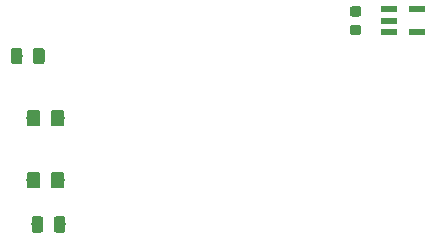
<source format=gbr>
G04 #@! TF.GenerationSoftware,KiCad,Pcbnew,6.0.0-rc1-unknown-46fddab~66~ubuntu16.04.1*
G04 #@! TF.CreationDate,2018-09-05T17:59:14+01:00*
G04 #@! TF.ProjectId,test,746573742E6B696361645F7063620000,rev?*
G04 #@! TF.SameCoordinates,Original*
G04 #@! TF.FileFunction,Paste,Top*
G04 #@! TF.FilePolarity,Positive*
%FSLAX46Y46*%
G04 Gerber Fmt 4.6, Leading zero omitted, Abs format (unit mm)*
G04 Created by KiCad (PCBNEW 6.0.0-rc1-unknown-46fddab~66~ubuntu16.04.1) date Wed Sep  5 17:59:14 2018*
%MOMM*%
%LPD*%
G01*
G04 APERTURE LIST*
%ADD10C,0.100000*%
%ADD11C,0.875000*%
%ADD12R,1.390000X0.580000*%
%ADD13C,1.150000*%
%ADD14C,0.975000*%
G04 APERTURE END LIST*
D10*
G04 #@! TO.C,C4*
G36*
X176277691Y-75026053D02*
X176298926Y-75029203D01*
X176319750Y-75034419D01*
X176339962Y-75041651D01*
X176359368Y-75050830D01*
X176377781Y-75061866D01*
X176395024Y-75074654D01*
X176410930Y-75089070D01*
X176425346Y-75104976D01*
X176438134Y-75122219D01*
X176449170Y-75140632D01*
X176458349Y-75160038D01*
X176465581Y-75180250D01*
X176470797Y-75201074D01*
X176473947Y-75222309D01*
X176475000Y-75243750D01*
X176475000Y-75681250D01*
X176473947Y-75702691D01*
X176470797Y-75723926D01*
X176465581Y-75744750D01*
X176458349Y-75764962D01*
X176449170Y-75784368D01*
X176438134Y-75802781D01*
X176425346Y-75820024D01*
X176410930Y-75835930D01*
X176395024Y-75850346D01*
X176377781Y-75863134D01*
X176359368Y-75874170D01*
X176339962Y-75883349D01*
X176319750Y-75890581D01*
X176298926Y-75895797D01*
X176277691Y-75898947D01*
X176256250Y-75900000D01*
X175743750Y-75900000D01*
X175722309Y-75898947D01*
X175701074Y-75895797D01*
X175680250Y-75890581D01*
X175660038Y-75883349D01*
X175640632Y-75874170D01*
X175622219Y-75863134D01*
X175604976Y-75850346D01*
X175589070Y-75835930D01*
X175574654Y-75820024D01*
X175561866Y-75802781D01*
X175550830Y-75784368D01*
X175541651Y-75764962D01*
X175534419Y-75744750D01*
X175529203Y-75723926D01*
X175526053Y-75702691D01*
X175525000Y-75681250D01*
X175525000Y-75243750D01*
X175526053Y-75222309D01*
X175529203Y-75201074D01*
X175534419Y-75180250D01*
X175541651Y-75160038D01*
X175550830Y-75140632D01*
X175561866Y-75122219D01*
X175574654Y-75104976D01*
X175589070Y-75089070D01*
X175604976Y-75074654D01*
X175622219Y-75061866D01*
X175640632Y-75050830D01*
X175660038Y-75041651D01*
X175680250Y-75034419D01*
X175701074Y-75029203D01*
X175722309Y-75026053D01*
X175743750Y-75025000D01*
X176256250Y-75025000D01*
X176277691Y-75026053D01*
X176277691Y-75026053D01*
G37*
D11*
X176000000Y-75462500D03*
D10*
G36*
X176277691Y-76601053D02*
X176298926Y-76604203D01*
X176319750Y-76609419D01*
X176339962Y-76616651D01*
X176359368Y-76625830D01*
X176377781Y-76636866D01*
X176395024Y-76649654D01*
X176410930Y-76664070D01*
X176425346Y-76679976D01*
X176438134Y-76697219D01*
X176449170Y-76715632D01*
X176458349Y-76735038D01*
X176465581Y-76755250D01*
X176470797Y-76776074D01*
X176473947Y-76797309D01*
X176475000Y-76818750D01*
X176475000Y-77256250D01*
X176473947Y-77277691D01*
X176470797Y-77298926D01*
X176465581Y-77319750D01*
X176458349Y-77339962D01*
X176449170Y-77359368D01*
X176438134Y-77377781D01*
X176425346Y-77395024D01*
X176410930Y-77410930D01*
X176395024Y-77425346D01*
X176377781Y-77438134D01*
X176359368Y-77449170D01*
X176339962Y-77458349D01*
X176319750Y-77465581D01*
X176298926Y-77470797D01*
X176277691Y-77473947D01*
X176256250Y-77475000D01*
X175743750Y-77475000D01*
X175722309Y-77473947D01*
X175701074Y-77470797D01*
X175680250Y-77465581D01*
X175660038Y-77458349D01*
X175640632Y-77449170D01*
X175622219Y-77438134D01*
X175604976Y-77425346D01*
X175589070Y-77410930D01*
X175574654Y-77395024D01*
X175561866Y-77377781D01*
X175550830Y-77359368D01*
X175541651Y-77339962D01*
X175534419Y-77319750D01*
X175529203Y-77298926D01*
X175526053Y-77277691D01*
X175525000Y-77256250D01*
X175525000Y-76818750D01*
X175526053Y-76797309D01*
X175529203Y-76776074D01*
X175534419Y-76755250D01*
X175541651Y-76735038D01*
X175550830Y-76715632D01*
X175561866Y-76697219D01*
X175574654Y-76679976D01*
X175589070Y-76664070D01*
X175604976Y-76649654D01*
X175622219Y-76636866D01*
X175640632Y-76625830D01*
X175660038Y-76616651D01*
X175680250Y-76609419D01*
X175701074Y-76604203D01*
X175722309Y-76601053D01*
X175743750Y-76600000D01*
X176256250Y-76600000D01*
X176277691Y-76601053D01*
X176277691Y-76601053D01*
G37*
D11*
X176000000Y-77037500D03*
G04 #@! TD*
D12*
G04 #@! TO.C,U4*
X178835000Y-75300000D03*
X178835000Y-76250000D03*
X178835000Y-77200000D03*
X181165000Y-77200000D03*
X181165000Y-75300000D03*
G04 #@! TD*
D10*
G04 #@! TO.C,D2*
G36*
X149074505Y-83801204D02*
X149098773Y-83804804D01*
X149122572Y-83810765D01*
X149145671Y-83819030D01*
X149167850Y-83829520D01*
X149188893Y-83842132D01*
X149208599Y-83856747D01*
X149226777Y-83873223D01*
X149243253Y-83891401D01*
X149257868Y-83911107D01*
X149270480Y-83932150D01*
X149280970Y-83954329D01*
X149289235Y-83977428D01*
X149295196Y-84001227D01*
X149298796Y-84025495D01*
X149300000Y-84049999D01*
X149300000Y-84950001D01*
X149298796Y-84974505D01*
X149295196Y-84998773D01*
X149289235Y-85022572D01*
X149280970Y-85045671D01*
X149270480Y-85067850D01*
X149257868Y-85088893D01*
X149243253Y-85108599D01*
X149226777Y-85126777D01*
X149208599Y-85143253D01*
X149188893Y-85157868D01*
X149167850Y-85170480D01*
X149145671Y-85180970D01*
X149122572Y-85189235D01*
X149098773Y-85195196D01*
X149074505Y-85198796D01*
X149050001Y-85200000D01*
X148399999Y-85200000D01*
X148375495Y-85198796D01*
X148351227Y-85195196D01*
X148327428Y-85189235D01*
X148304329Y-85180970D01*
X148282150Y-85170480D01*
X148261107Y-85157868D01*
X148241401Y-85143253D01*
X148223223Y-85126777D01*
X148206747Y-85108599D01*
X148192132Y-85088893D01*
X148179520Y-85067850D01*
X148169030Y-85045671D01*
X148160765Y-85022572D01*
X148154804Y-84998773D01*
X148151204Y-84974505D01*
X148150000Y-84950001D01*
X148150000Y-84049999D01*
X148151204Y-84025495D01*
X148154804Y-84001227D01*
X148160765Y-83977428D01*
X148169030Y-83954329D01*
X148179520Y-83932150D01*
X148192132Y-83911107D01*
X148206747Y-83891401D01*
X148223223Y-83873223D01*
X148241401Y-83856747D01*
X148261107Y-83842132D01*
X148282150Y-83829520D01*
X148304329Y-83819030D01*
X148327428Y-83810765D01*
X148351227Y-83804804D01*
X148375495Y-83801204D01*
X148399999Y-83800000D01*
X149050001Y-83800000D01*
X149074505Y-83801204D01*
X149074505Y-83801204D01*
G37*
D13*
X148725000Y-84500000D03*
D10*
G36*
X151124505Y-83801204D02*
X151148773Y-83804804D01*
X151172572Y-83810765D01*
X151195671Y-83819030D01*
X151217850Y-83829520D01*
X151238893Y-83842132D01*
X151258599Y-83856747D01*
X151276777Y-83873223D01*
X151293253Y-83891401D01*
X151307868Y-83911107D01*
X151320480Y-83932150D01*
X151330970Y-83954329D01*
X151339235Y-83977428D01*
X151345196Y-84001227D01*
X151348796Y-84025495D01*
X151350000Y-84049999D01*
X151350000Y-84950001D01*
X151348796Y-84974505D01*
X151345196Y-84998773D01*
X151339235Y-85022572D01*
X151330970Y-85045671D01*
X151320480Y-85067850D01*
X151307868Y-85088893D01*
X151293253Y-85108599D01*
X151276777Y-85126777D01*
X151258599Y-85143253D01*
X151238893Y-85157868D01*
X151217850Y-85170480D01*
X151195671Y-85180970D01*
X151172572Y-85189235D01*
X151148773Y-85195196D01*
X151124505Y-85198796D01*
X151100001Y-85200000D01*
X150449999Y-85200000D01*
X150425495Y-85198796D01*
X150401227Y-85195196D01*
X150377428Y-85189235D01*
X150354329Y-85180970D01*
X150332150Y-85170480D01*
X150311107Y-85157868D01*
X150291401Y-85143253D01*
X150273223Y-85126777D01*
X150256747Y-85108599D01*
X150242132Y-85088893D01*
X150229520Y-85067850D01*
X150219030Y-85045671D01*
X150210765Y-85022572D01*
X150204804Y-84998773D01*
X150201204Y-84974505D01*
X150200000Y-84950001D01*
X150200000Y-84049999D01*
X150201204Y-84025495D01*
X150204804Y-84001227D01*
X150210765Y-83977428D01*
X150219030Y-83954329D01*
X150229520Y-83932150D01*
X150242132Y-83911107D01*
X150256747Y-83891401D01*
X150273223Y-83873223D01*
X150291401Y-83856747D01*
X150311107Y-83842132D01*
X150332150Y-83829520D01*
X150354329Y-83819030D01*
X150377428Y-83810765D01*
X150401227Y-83804804D01*
X150425495Y-83801204D01*
X150449999Y-83800000D01*
X151100001Y-83800000D01*
X151124505Y-83801204D01*
X151124505Y-83801204D01*
G37*
D13*
X150775000Y-84500000D03*
G04 #@! TD*
D10*
G04 #@! TO.C,D3*
G36*
X151124505Y-89051204D02*
X151148773Y-89054804D01*
X151172572Y-89060765D01*
X151195671Y-89069030D01*
X151217850Y-89079520D01*
X151238893Y-89092132D01*
X151258599Y-89106747D01*
X151276777Y-89123223D01*
X151293253Y-89141401D01*
X151307868Y-89161107D01*
X151320480Y-89182150D01*
X151330970Y-89204329D01*
X151339235Y-89227428D01*
X151345196Y-89251227D01*
X151348796Y-89275495D01*
X151350000Y-89299999D01*
X151350000Y-90200001D01*
X151348796Y-90224505D01*
X151345196Y-90248773D01*
X151339235Y-90272572D01*
X151330970Y-90295671D01*
X151320480Y-90317850D01*
X151307868Y-90338893D01*
X151293253Y-90358599D01*
X151276777Y-90376777D01*
X151258599Y-90393253D01*
X151238893Y-90407868D01*
X151217850Y-90420480D01*
X151195671Y-90430970D01*
X151172572Y-90439235D01*
X151148773Y-90445196D01*
X151124505Y-90448796D01*
X151100001Y-90450000D01*
X150449999Y-90450000D01*
X150425495Y-90448796D01*
X150401227Y-90445196D01*
X150377428Y-90439235D01*
X150354329Y-90430970D01*
X150332150Y-90420480D01*
X150311107Y-90407868D01*
X150291401Y-90393253D01*
X150273223Y-90376777D01*
X150256747Y-90358599D01*
X150242132Y-90338893D01*
X150229520Y-90317850D01*
X150219030Y-90295671D01*
X150210765Y-90272572D01*
X150204804Y-90248773D01*
X150201204Y-90224505D01*
X150200000Y-90200001D01*
X150200000Y-89299999D01*
X150201204Y-89275495D01*
X150204804Y-89251227D01*
X150210765Y-89227428D01*
X150219030Y-89204329D01*
X150229520Y-89182150D01*
X150242132Y-89161107D01*
X150256747Y-89141401D01*
X150273223Y-89123223D01*
X150291401Y-89106747D01*
X150311107Y-89092132D01*
X150332150Y-89079520D01*
X150354329Y-89069030D01*
X150377428Y-89060765D01*
X150401227Y-89054804D01*
X150425495Y-89051204D01*
X150449999Y-89050000D01*
X151100001Y-89050000D01*
X151124505Y-89051204D01*
X151124505Y-89051204D01*
G37*
D13*
X150775000Y-89750000D03*
D10*
G36*
X149074505Y-89051204D02*
X149098773Y-89054804D01*
X149122572Y-89060765D01*
X149145671Y-89069030D01*
X149167850Y-89079520D01*
X149188893Y-89092132D01*
X149208599Y-89106747D01*
X149226777Y-89123223D01*
X149243253Y-89141401D01*
X149257868Y-89161107D01*
X149270480Y-89182150D01*
X149280970Y-89204329D01*
X149289235Y-89227428D01*
X149295196Y-89251227D01*
X149298796Y-89275495D01*
X149300000Y-89299999D01*
X149300000Y-90200001D01*
X149298796Y-90224505D01*
X149295196Y-90248773D01*
X149289235Y-90272572D01*
X149280970Y-90295671D01*
X149270480Y-90317850D01*
X149257868Y-90338893D01*
X149243253Y-90358599D01*
X149226777Y-90376777D01*
X149208599Y-90393253D01*
X149188893Y-90407868D01*
X149167850Y-90420480D01*
X149145671Y-90430970D01*
X149122572Y-90439235D01*
X149098773Y-90445196D01*
X149074505Y-90448796D01*
X149050001Y-90450000D01*
X148399999Y-90450000D01*
X148375495Y-90448796D01*
X148351227Y-90445196D01*
X148327428Y-90439235D01*
X148304329Y-90430970D01*
X148282150Y-90420480D01*
X148261107Y-90407868D01*
X148241401Y-90393253D01*
X148223223Y-90376777D01*
X148206747Y-90358599D01*
X148192132Y-90338893D01*
X148179520Y-90317850D01*
X148169030Y-90295671D01*
X148160765Y-90272572D01*
X148154804Y-90248773D01*
X148151204Y-90224505D01*
X148150000Y-90200001D01*
X148150000Y-89299999D01*
X148151204Y-89275495D01*
X148154804Y-89251227D01*
X148160765Y-89227428D01*
X148169030Y-89204329D01*
X148179520Y-89182150D01*
X148192132Y-89161107D01*
X148206747Y-89141401D01*
X148223223Y-89123223D01*
X148241401Y-89106747D01*
X148261107Y-89092132D01*
X148282150Y-89079520D01*
X148304329Y-89069030D01*
X148327428Y-89060765D01*
X148351227Y-89054804D01*
X148375495Y-89051204D01*
X148399999Y-89050000D01*
X149050001Y-89050000D01*
X149074505Y-89051204D01*
X149074505Y-89051204D01*
G37*
D13*
X148725000Y-89750000D03*
G04 #@! TD*
D10*
G04 #@! TO.C,R18*
G36*
X149455142Y-78551174D02*
X149478803Y-78554684D01*
X149502007Y-78560496D01*
X149524529Y-78568554D01*
X149546153Y-78578782D01*
X149566670Y-78591079D01*
X149585883Y-78605329D01*
X149603607Y-78621393D01*
X149619671Y-78639117D01*
X149633921Y-78658330D01*
X149646218Y-78678847D01*
X149656446Y-78700471D01*
X149664504Y-78722993D01*
X149670316Y-78746197D01*
X149673826Y-78769858D01*
X149675000Y-78793750D01*
X149675000Y-79706250D01*
X149673826Y-79730142D01*
X149670316Y-79753803D01*
X149664504Y-79777007D01*
X149656446Y-79799529D01*
X149646218Y-79821153D01*
X149633921Y-79841670D01*
X149619671Y-79860883D01*
X149603607Y-79878607D01*
X149585883Y-79894671D01*
X149566670Y-79908921D01*
X149546153Y-79921218D01*
X149524529Y-79931446D01*
X149502007Y-79939504D01*
X149478803Y-79945316D01*
X149455142Y-79948826D01*
X149431250Y-79950000D01*
X148943750Y-79950000D01*
X148919858Y-79948826D01*
X148896197Y-79945316D01*
X148872993Y-79939504D01*
X148850471Y-79931446D01*
X148828847Y-79921218D01*
X148808330Y-79908921D01*
X148789117Y-79894671D01*
X148771393Y-79878607D01*
X148755329Y-79860883D01*
X148741079Y-79841670D01*
X148728782Y-79821153D01*
X148718554Y-79799529D01*
X148710496Y-79777007D01*
X148704684Y-79753803D01*
X148701174Y-79730142D01*
X148700000Y-79706250D01*
X148700000Y-78793750D01*
X148701174Y-78769858D01*
X148704684Y-78746197D01*
X148710496Y-78722993D01*
X148718554Y-78700471D01*
X148728782Y-78678847D01*
X148741079Y-78658330D01*
X148755329Y-78639117D01*
X148771393Y-78621393D01*
X148789117Y-78605329D01*
X148808330Y-78591079D01*
X148828847Y-78578782D01*
X148850471Y-78568554D01*
X148872993Y-78560496D01*
X148896197Y-78554684D01*
X148919858Y-78551174D01*
X148943750Y-78550000D01*
X149431250Y-78550000D01*
X149455142Y-78551174D01*
X149455142Y-78551174D01*
G37*
D14*
X149187500Y-79250000D03*
D10*
G36*
X147580142Y-78551174D02*
X147603803Y-78554684D01*
X147627007Y-78560496D01*
X147649529Y-78568554D01*
X147671153Y-78578782D01*
X147691670Y-78591079D01*
X147710883Y-78605329D01*
X147728607Y-78621393D01*
X147744671Y-78639117D01*
X147758921Y-78658330D01*
X147771218Y-78678847D01*
X147781446Y-78700471D01*
X147789504Y-78722993D01*
X147795316Y-78746197D01*
X147798826Y-78769858D01*
X147800000Y-78793750D01*
X147800000Y-79706250D01*
X147798826Y-79730142D01*
X147795316Y-79753803D01*
X147789504Y-79777007D01*
X147781446Y-79799529D01*
X147771218Y-79821153D01*
X147758921Y-79841670D01*
X147744671Y-79860883D01*
X147728607Y-79878607D01*
X147710883Y-79894671D01*
X147691670Y-79908921D01*
X147671153Y-79921218D01*
X147649529Y-79931446D01*
X147627007Y-79939504D01*
X147603803Y-79945316D01*
X147580142Y-79948826D01*
X147556250Y-79950000D01*
X147068750Y-79950000D01*
X147044858Y-79948826D01*
X147021197Y-79945316D01*
X146997993Y-79939504D01*
X146975471Y-79931446D01*
X146953847Y-79921218D01*
X146933330Y-79908921D01*
X146914117Y-79894671D01*
X146896393Y-79878607D01*
X146880329Y-79860883D01*
X146866079Y-79841670D01*
X146853782Y-79821153D01*
X146843554Y-79799529D01*
X146835496Y-79777007D01*
X146829684Y-79753803D01*
X146826174Y-79730142D01*
X146825000Y-79706250D01*
X146825000Y-78793750D01*
X146826174Y-78769858D01*
X146829684Y-78746197D01*
X146835496Y-78722993D01*
X146843554Y-78700471D01*
X146853782Y-78678847D01*
X146866079Y-78658330D01*
X146880329Y-78639117D01*
X146896393Y-78621393D01*
X146914117Y-78605329D01*
X146933330Y-78591079D01*
X146953847Y-78578782D01*
X146975471Y-78568554D01*
X146997993Y-78560496D01*
X147021197Y-78554684D01*
X147044858Y-78551174D01*
X147068750Y-78550000D01*
X147556250Y-78550000D01*
X147580142Y-78551174D01*
X147580142Y-78551174D01*
G37*
D14*
X147312500Y-79250000D03*
G04 #@! TD*
D10*
G04 #@! TO.C,R19*
G36*
X149330142Y-92801174D02*
X149353803Y-92804684D01*
X149377007Y-92810496D01*
X149399529Y-92818554D01*
X149421153Y-92828782D01*
X149441670Y-92841079D01*
X149460883Y-92855329D01*
X149478607Y-92871393D01*
X149494671Y-92889117D01*
X149508921Y-92908330D01*
X149521218Y-92928847D01*
X149531446Y-92950471D01*
X149539504Y-92972993D01*
X149545316Y-92996197D01*
X149548826Y-93019858D01*
X149550000Y-93043750D01*
X149550000Y-93956250D01*
X149548826Y-93980142D01*
X149545316Y-94003803D01*
X149539504Y-94027007D01*
X149531446Y-94049529D01*
X149521218Y-94071153D01*
X149508921Y-94091670D01*
X149494671Y-94110883D01*
X149478607Y-94128607D01*
X149460883Y-94144671D01*
X149441670Y-94158921D01*
X149421153Y-94171218D01*
X149399529Y-94181446D01*
X149377007Y-94189504D01*
X149353803Y-94195316D01*
X149330142Y-94198826D01*
X149306250Y-94200000D01*
X148818750Y-94200000D01*
X148794858Y-94198826D01*
X148771197Y-94195316D01*
X148747993Y-94189504D01*
X148725471Y-94181446D01*
X148703847Y-94171218D01*
X148683330Y-94158921D01*
X148664117Y-94144671D01*
X148646393Y-94128607D01*
X148630329Y-94110883D01*
X148616079Y-94091670D01*
X148603782Y-94071153D01*
X148593554Y-94049529D01*
X148585496Y-94027007D01*
X148579684Y-94003803D01*
X148576174Y-93980142D01*
X148575000Y-93956250D01*
X148575000Y-93043750D01*
X148576174Y-93019858D01*
X148579684Y-92996197D01*
X148585496Y-92972993D01*
X148593554Y-92950471D01*
X148603782Y-92928847D01*
X148616079Y-92908330D01*
X148630329Y-92889117D01*
X148646393Y-92871393D01*
X148664117Y-92855329D01*
X148683330Y-92841079D01*
X148703847Y-92828782D01*
X148725471Y-92818554D01*
X148747993Y-92810496D01*
X148771197Y-92804684D01*
X148794858Y-92801174D01*
X148818750Y-92800000D01*
X149306250Y-92800000D01*
X149330142Y-92801174D01*
X149330142Y-92801174D01*
G37*
D14*
X149062500Y-93500000D03*
D10*
G36*
X151205142Y-92801174D02*
X151228803Y-92804684D01*
X151252007Y-92810496D01*
X151274529Y-92818554D01*
X151296153Y-92828782D01*
X151316670Y-92841079D01*
X151335883Y-92855329D01*
X151353607Y-92871393D01*
X151369671Y-92889117D01*
X151383921Y-92908330D01*
X151396218Y-92928847D01*
X151406446Y-92950471D01*
X151414504Y-92972993D01*
X151420316Y-92996197D01*
X151423826Y-93019858D01*
X151425000Y-93043750D01*
X151425000Y-93956250D01*
X151423826Y-93980142D01*
X151420316Y-94003803D01*
X151414504Y-94027007D01*
X151406446Y-94049529D01*
X151396218Y-94071153D01*
X151383921Y-94091670D01*
X151369671Y-94110883D01*
X151353607Y-94128607D01*
X151335883Y-94144671D01*
X151316670Y-94158921D01*
X151296153Y-94171218D01*
X151274529Y-94181446D01*
X151252007Y-94189504D01*
X151228803Y-94195316D01*
X151205142Y-94198826D01*
X151181250Y-94200000D01*
X150693750Y-94200000D01*
X150669858Y-94198826D01*
X150646197Y-94195316D01*
X150622993Y-94189504D01*
X150600471Y-94181446D01*
X150578847Y-94171218D01*
X150558330Y-94158921D01*
X150539117Y-94144671D01*
X150521393Y-94128607D01*
X150505329Y-94110883D01*
X150491079Y-94091670D01*
X150478782Y-94071153D01*
X150468554Y-94049529D01*
X150460496Y-94027007D01*
X150454684Y-94003803D01*
X150451174Y-93980142D01*
X150450000Y-93956250D01*
X150450000Y-93043750D01*
X150451174Y-93019858D01*
X150454684Y-92996197D01*
X150460496Y-92972993D01*
X150468554Y-92950471D01*
X150478782Y-92928847D01*
X150491079Y-92908330D01*
X150505329Y-92889117D01*
X150521393Y-92871393D01*
X150539117Y-92855329D01*
X150558330Y-92841079D01*
X150578847Y-92828782D01*
X150600471Y-92818554D01*
X150622993Y-92810496D01*
X150646197Y-92804684D01*
X150669858Y-92801174D01*
X150693750Y-92800000D01*
X151181250Y-92800000D01*
X151205142Y-92801174D01*
X151205142Y-92801174D01*
G37*
D14*
X150937500Y-93500000D03*
G04 #@! TD*
M02*

</source>
